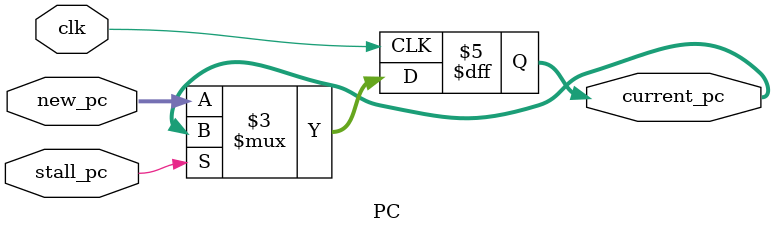
<source format=v>
module PC (
    input wire clk,
    input wire stall_pc,
    input wire [31:0] new_pc,
    // input wire is_cache_hit_temp,
    // input wire [31:0] cache_hit_data_in,

    // output reg [31:0] cache_hit_data,
    // output reg is_cache_hit,
    output reg [31:0] current_pc
);
    always @(posedge clk) begin
        if(~stall_pc) begin
            current_pc <= new_pc;
            // is_cache_hit <= is_cache_hit_temp;
            // cache_hit_data <= cache_hit_data_in;
        end
    end
endmodule
</source>
